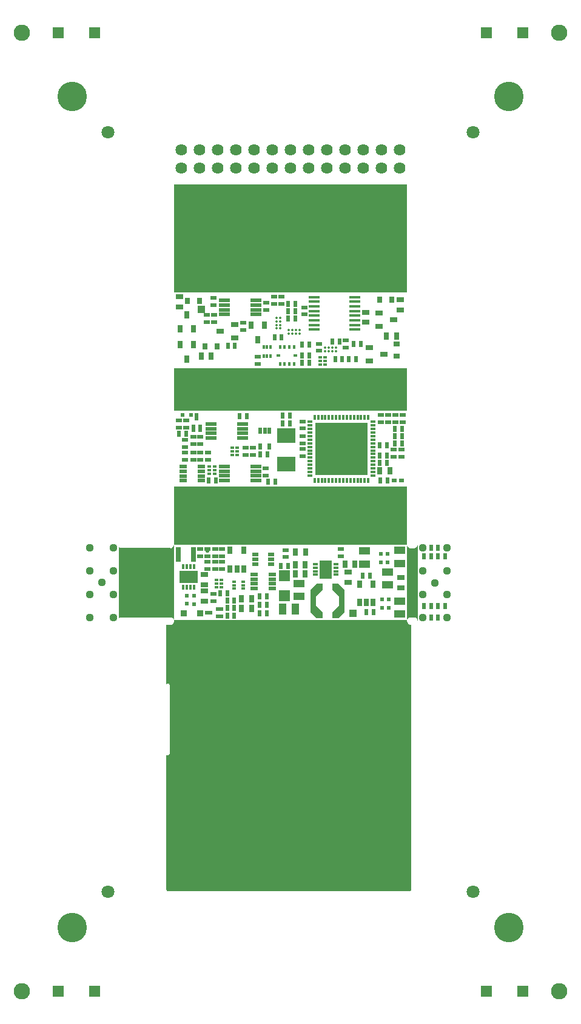
<source format=gbr>
G04 CAM350/DFMSTREAM V11.0 (Build 715) Date:  Fri Nov 02 14:57:18 2018 *
G04 Database: W:\PC Boards\VALTRONIC TECHNOLOGIES\VTC22567\CHECKPLOTS\MODIFIED.cam *
G04 Layer 18: MaskTop_DI *
%FSLAX25Y25*%
%MOIN*%
%SFA1.000B1.000*%

%MIA0B0*%
%IPPOS*%
%ADD11C,0.00098*%
%ADD12C,0.00001*%
%ADD13C,0.00010*%
%ADD14C,0.00197*%
%ADD15C,0.16200*%
%ADD19C,0.07087*%
%ADD70C,0.06400*%
%ADD71C,0.04394*%
%ADD21C,0.01378*%
%ADD22C,0.02165*%
%ADD40C,0.09000*%
%ADD41R,1.27953X0.59645*%
%ADD42R,1.27953X0.23646*%
%ADD43R,1.27953X0.32283*%
%ADD44R,0.02756X0.03543*%
%ADD45R,0.03543X0.02756*%
%ADD46R,0.02756X0.04331*%
%ADD47R,0.02362X0.03346*%
%ADD48R,0.02362X0.01575*%
%ADD49R,0.04331X0.03150*%
%ADD50R,0.03346X0.02362*%
%ADD51R,0.04331X0.02756*%
%ADD52R,0.03150X0.04331*%
%ADD53R,0.02165X0.04134*%
%ADD54R,0.01969X0.01969*%
%ADD55R,0.04331X0.01969*%
%ADD56R,0.02953X0.04331*%
%ADD57R,0.01378X0.03150*%
%ADD58R,0.09843X0.06890*%
%ADD59R,0.06496X0.04134*%
%ADD60R,0.03937X0.03937*%
%ADD61R,0.05906X0.01969*%
%ADD62R,0.06496X0.01575*%
%ADD63R,0.01969X0.01772*%
%ADD64R,0.01772X0.01969*%
%ADD65R,0.01575X0.02362*%
%ADD66R,0.09843X0.08268*%
%ADD67R,0.02756X0.02362*%
%ADD68R,0.03150X0.01378*%
%ADD69R,0.28543X0.28543*%
%ADD74R,0.01969X0.03740*%
%ADD75R,0.03543X0.03543*%
%ADD76R,0.05906X0.05906*%
%ADD77R,0.04134X0.02165*%
%ADD78R,0.03740X0.01969*%
%ADD79R,0.04134X0.06496*%
%ADD80R,0.06890X0.09843*%
%ADD81R,0.02756X0.08268*%
%ADD82R,0.05906X0.02165*%
%ADD83R,0.06000X0.06000*%
%LNMaskTop_DI*%
%LPD*%
G36*
X302685Y300140D02*
G01Y303093D01*
X302688Y303132*
X302697Y303160*
X302700Y303169*
X302718Y303203*
X302743Y303233*
X306228Y306718*
Y312066*
X302743Y315552*
X302718Y315582*
X302700Y315616*
X302697Y315624*
X302688Y315653*
X302686Y315672*
X302685Y315691*
Y318644*
X302688Y318683*
X302700Y318720*
X302718Y318754*
X302743Y318784*
X302772Y318809*
X302807Y318827*
X302844Y318838*
X302882Y318842*
X305835*
X305874Y318838*
X305911Y318827*
X305945Y318809*
X305975Y318784*
X309321Y315437*
X309346Y315407*
X309364Y315373*
X309367Y315365*
X309376Y315336*
X309378Y315317*
X309379Y315298*
Y303487*
X309376Y303448*
X309364Y303411*
X309346Y303377*
X309321Y303347*
X305975Y300000*
X305945Y299976*
X305911Y299957*
X305902Y299955*
X305874Y299946*
X305854Y299944*
X305835Y299943*
X302882*
X302844Y299946*
X302807Y299957*
X302772Y299976*
X302743Y300000*
X302718Y300030*
X302700Y300065*
X302688Y300102*
X302685Y300140*
G37*
G36*
X290480Y303487D02*
G01Y315297D01*
Y315298*
X290483Y315336*
X290495Y315373*
X290513Y315408*
X290538Y315437*
X293884Y318784*
X293914Y318809*
X293948Y318827*
X293957Y318830*
X293985Y318838*
X294024Y318842*
X296977*
X297015Y318838*
X297052Y318827*
X297087Y318809*
X297117Y318784*
X297141Y318754*
X297159Y318720*
X297171Y318683*
X297174Y318644*
Y315691*
X297171Y315653*
X297162Y315624*
X297159Y315616*
X297141Y315581*
X297117Y315552*
X293631Y312066*
Y306718*
X297117Y303233*
X297141Y303203*
X297159Y303168*
X297162Y303160*
X297171Y303131*
X297173Y303112*
X297174Y303093*
Y300140*
X297171Y300102*
X297159Y300065*
X297141Y300030*
X297117Y300000*
X297087Y299976*
X297052Y299957*
X297015Y299946*
X296977Y299943*
X294024*
X293985Y299946*
X293948Y299957*
X293914Y299976*
X293884Y300000*
X290538Y303347*
X290513Y303377*
X290495Y303411*
X290492Y303420*
X290483Y303448*
X290480Y303487*
G37*
G36*
X215697Y298738D02*
G01X343650D01*
Y298739*
Y340077*
X343945Y339374*
X344339Y338882*
X344831Y338587*
X345327Y338400*
X347556*
X348178Y338489*
X348867Y338882*
X349359Y339473*
X349556Y340400*
X349555Y298400*
X349359Y299217*
X348965Y299807*
X348276Y300300*
X347556Y300400*
X345650*
X345028Y300300*
X344437Y300004*
X343945Y299414*
X343650Y298738*
Y298093*
X343630Y298073*
X343827Y297483*
X344221Y296892*
X344713Y296597*
X345304Y296400*
X346091*
Y151223*
X345993Y150731*
X345697Y150337*
X345304Y150042*
X344811Y149943*
X212429*
X211937Y150042*
X211544Y150337*
X211248Y150829*
X211150Y151223*
Y224686*
X212331*
X212626Y224746*
X212922Y224943*
X213020Y225140*
X213119Y225473*
Y263269*
X213020Y263624*
X212922Y263821*
X212626Y264018*
X212332Y264056*
X212331*
X211150*
Y296400*
X214103*
X214792Y296695*
X215284Y297089*
X215579Y297876*
X215697Y298738*
G37*
G36*
X185187Y299669D02*
G01Y339144D01*
X185481Y338587*
X185925Y338407*
X213690*
X213697Y338400*
X214020*
X214021*
X215008Y338882*
X215697Y340077*
Y298738*
X215107Y299807*
X214036Y300400*
X214035*
X185918*
X185481Y300201*
X185187Y299669*
G37*
G54D11*
X346150Y296400D03*
G54D14*
X213697Y338400D03*
G54D41*
X279674Y508482D03*
G54D42*
Y425522D03*
G54D43*
Y356219D03*
G54D44*
X232556Y449173D03*
X239249D03*
X229596Y474185D03*
X222903D03*
X328444Y474839D03*
X335137D03*
G54D45*
X337782Y443822D03*
Y450515D03*
G54D46*
X252685Y310573D03*
X258197D03*
X252685Y305258D03*
X258197D03*
X332311Y454768D03*
X337823D03*
X230540Y443743D03*
X236052D03*
X328768Y380750D03*
X334280D03*
X282213Y324156D03*
X287725D03*
X282213Y329176D03*
X287725D03*
X282410Y336361D03*
X287922D03*
X309575Y329668D03*
X315087D03*
G54D47*
X244811Y301321D03*
X248748D03*
Y305455D03*
X244811D03*
X248748Y309491D03*
X244811D03*
X314201Y450632D03*
X318138D03*
X311642Y442365D03*
X315579D03*
X304162D03*
X308099D03*
X306524Y452010D03*
X302587D03*
X289890Y450239D03*
X285953D03*
Y444333D03*
X289890D03*
Y440101D03*
X285953D03*
X278276Y472581D03*
X282213D03*
X278276Y468546D03*
X282213D03*
X278276Y464412D03*
X282213D03*
X270796Y454176D03*
X274733D03*
X249044Y449550D03*
X245107D03*
X275323Y411164D03*
X279260D03*
X275323Y407030D03*
X279260D03*
X255540Y410869D03*
X251603D03*
X218433Y401223D03*
X222370D03*
X238512Y375435D03*
X234575D03*
X262922Y389806D03*
X266859D03*
X267351Y374845D03*
X271288D03*
X340973Y403880D03*
X337036D03*
Y399943D03*
X340973D03*
X337036Y396006D03*
X340973D03*
X332508Y395022D03*
X328571D03*
Y389313D03*
X332508D03*
X328571Y385180D03*
X332508D03*
X329063Y375731D03*
X333000D03*
X274339Y328487D03*
X278276D03*
X244811Y313526D03*
X240874D03*
X266662Y311754D03*
X262725D03*
X266662Y307227D03*
X262725D03*
Y302699D03*
X266662D03*
X323158Y323369D03*
X319221D03*
X325126Y303290D03*
X321189D03*
X356819Y338526D03*
X360756D03*
X364693Y333802D03*
X360756D03*
X356819D03*
X352882D03*
X364693Y306439D03*
X360756D03*
X352882D03*
X356819D03*
Y300140D03*
X360756D03*
G54D48*
X247469Y393644D03*
Y391676D03*
Y389707D03*
X250422D03*
Y391676D03*
Y393644D03*
X235067Y383113D03*
Y381144D03*
Y379176D03*
X238020D03*
Y381144D03*
Y383113D03*
X238807Y321006D03*
Y319038D03*
Y317069D03*
X241760D03*
Y319038D03*
Y321006D03*
X248552Y320022D03*
Y318054D03*
Y316085D03*
X253670D03*
Y318054D03*
Y320022D03*
X295796Y443250D03*
Y441282D03*
Y439313D03*
X298748D03*
Y441282D03*
Y443250D03*
G54D49*
X328315Y460180D03*
Y467660D03*
X336307Y463920D03*
X322902Y441085D03*
Y448565D03*
X330894Y444825D03*
X249004Y461361D03*
Y453880D03*
X241012Y457620D03*
G54D50*
X309969Y452601D03*
Y448664D03*
X295107Y450731D03*
Y446794D03*
X287134Y466774D03*
Y470711D03*
X261642Y439609D03*
Y443546D03*
X274733Y476420D03*
Y472483D03*
X270697Y476420D03*
Y472483D03*
X266268Y473270D03*
Y469333D03*
X237626Y466577D03*
Y462640D03*
X233493Y466577D03*
Y462640D03*
X230048Y395514D03*
Y399451D03*
X226111D03*
Y395514D03*
X222370Y404668D03*
Y408605D03*
X218433D03*
Y404668D03*
X221583Y393841D03*
Y397778D03*
X230048Y386951D03*
Y390888D03*
X226111Y386951D03*
Y390888D03*
X221583D03*
Y386951D03*
X234378D03*
Y390888D03*
X255048Y393644D03*
Y389707D03*
X259083D03*
Y393644D03*
X265973Y382227D03*
Y378290D03*
X286248Y392955D03*
Y389018D03*
Y395908D03*
Y399845D03*
Y404077D03*
Y408014D03*
X341170Y407522D03*
Y411459D03*
X337233D03*
Y407522D03*
X333197D03*
Y411459D03*
X329260Y407522D03*
Y411459D03*
X340481Y392561D03*
Y388624D03*
X336347D03*
Y392561D03*
X276898Y337345D03*
Y333408D03*
X242056Y333802D03*
Y337739D03*
Y326912D03*
Y330849D03*
X238119Y326912D03*
Y330849D03*
Y333802D03*
Y337739D03*
X233886D03*
Y333802D03*
Y326912D03*
Y330849D03*
X229949Y337739D03*
Y333802D03*
X237134Y313132D03*
Y309195D03*
X307213Y333998D03*
Y337935D03*
X253498Y462246D03*
Y458309D03*
X237331Y471892D03*
Y475829D03*
G54D21*
X304654Y448565D03*
X302685D03*
X300717D03*
X298748Y446597D03*
X300717D03*
X302685D03*
X304654D03*
X298748Y448565D03*
X284575Y456341D03*
X278670Y458309D03*
X280638D03*
X282607D03*
X284575D03*
X282607Y456341D03*
X280638D03*
X278670D03*
X271977Y465002D03*
Y463034D03*
Y461065D03*
X273945Y459097D03*
Y461065D03*
Y463034D03*
Y465002D03*
X271977Y459097D03*
G54D51*
X218729Y470908D03*
Y476420D03*
X232410Y318250D03*
Y323762D03*
Y309392D03*
Y314904D03*
X311150Y319628D03*
Y325140D03*
X340284Y322187D03*
Y316676D03*
X321091Y468054D03*
Y462542D03*
X340087Y469235D03*
Y474746D03*
G54D52*
X226406Y458743D03*
X218926D03*
X222666Y466735D03*
X218926Y450298D03*
X226406D03*
X222666Y442306D03*
X257902Y460770D03*
X265382D03*
X261642Y452778D03*
G54D53*
X228079Y410475D03*
X230048Y404372D03*
X226111D03*
G54D54*
X224831Y411557D03*
X220304D03*
G54D55*
X220599Y383113D03*
Y380554D03*
Y377994D03*
Y375435D03*
X230441D03*
Y377994D03*
Y380554D03*
Y383113D03*
X259772Y323959D03*
Y321400D03*
Y318841D03*
Y316282D03*
X269615D03*
Y318841D03*
Y321400D03*
Y323959D03*
G54D56*
X246386Y337148D03*
X253867D03*
Y326912D03*
X250126D03*
X246386D03*
X317449Y318644D03*
X324930D03*
Y308408D03*
X321189D03*
X317449D03*
G54D57*
X220599Y328093D03*
X222567D03*
X224536D03*
X226504D03*
Y317069D03*
X224536D03*
X222567D03*
X220599D03*
X306622Y410376D03*
X292843D03*
X294811D03*
X296780D03*
X298748D03*
X300717D03*
X302685D03*
X304654D03*
X308591D03*
X310559D03*
X312528D03*
X314496D03*
X316465D03*
X318433D03*
X320402D03*
X322370D03*
Y375731D03*
X320402D03*
X318433D03*
X316465D03*
X314496D03*
X312528D03*
X310559D03*
X308591D03*
X304654D03*
X302685D03*
X300717D03*
X298748D03*
X296780D03*
X294811D03*
X292843D03*
X306622D03*
G54D58*
X223552Y322581D03*
G54D54*
X222567Y307817D03*
Y312345D03*
X226701Y312246D03*
Y307719D03*
X330048Y305652D03*
Y310180D03*
X333591D03*
Y305652D03*
X329260Y335081D03*
Y330554D03*
X333000Y330652D03*
Y335180D03*
G54D59*
X284181Y319038D03*
Y311951D03*
X320233Y329709D03*
Y336796D03*
X339496Y309392D03*
Y302306D03*
X332811Y318225D03*
Y325311D03*
X339496Y330061D03*
Y337148D03*
G54D19*
X380067Y149512D03*
Y566835D03*
X179280D03*
Y149512D03*
G54D60*
X313926Y302662D03*
X230737Y469703D03*
G54D61*
X260559Y466774D03*
Y469333D03*
Y471892D03*
Y474451D03*
X243237D03*
Y471892D03*
Y469333D03*
Y466774D03*
G54D62*
X292744Y476321D03*
Y473762D03*
Y471203D03*
Y468644D03*
Y466085D03*
Y463526D03*
Y460967D03*
Y458408D03*
X314792D03*
Y460967D03*
Y463526D03*
Y468644D03*
Y471203D03*
Y473762D03*
Y476321D03*
Y466085D03*
G54D63*
X282410Y444333D03*
X272961D03*
G54D64*
X273847Y439609D03*
X276406D03*
X278965D03*
X281524D03*
Y449057D03*
X278965D03*
X276406D03*
X273847D03*
G54D65*
X268729Y448861D03*
X266760D03*
X264792D03*
Y443743D03*
X266760D03*
X268729D03*
G54D66*
X277292Y384589D03*
Y400337D03*
G54D67*
X336642Y375731D03*
X340579D03*
G54D68*
X324930Y392069D03*
Y378290D03*
Y380258D03*
Y382227D03*
Y384195D03*
Y386164D03*
Y388132D03*
Y390101D03*
Y394038D03*
Y396006D03*
Y397975D03*
Y399943D03*
Y401912D03*
Y403880D03*
Y405849D03*
Y407817D03*
X290284D03*
Y405849D03*
Y403880D03*
Y401912D03*
Y399943D03*
Y397975D03*
Y396006D03*
Y394038D03*
Y390101D03*
Y388132D03*
Y386164D03*
Y384195D03*
Y382227D03*
Y380258D03*
Y378290D03*
Y392069D03*
X304457Y323762D03*
Y325731D03*
Y327699D03*
Y329668D03*
X293433D03*
Y327699D03*
Y325731D03*
Y323762D03*
G54D69*
X307607Y393054D03*
G54D74*
X268040Y402798D03*
X265481D03*
X262922D03*
Y394136D03*
X268040D03*
G54D75*
X229924Y302729D03*
X221066D03*
G54D76*
X276307Y312148D03*
Y323172D03*
G54D77*
X234575Y302896D03*
X240678Y304865D03*
Y300928D03*
G54D78*
X260363Y329668D03*
Y332227D03*
Y334786D03*
X269024D03*
Y332227D03*
Y329668D03*
G54D79*
X275323Y305061D03*
X282410D03*
G54D80*
X298945Y326715D03*
G54D81*
X218040Y334983D03*
X226307D03*
G54D82*
X243335Y375534D03*
Y378093D03*
Y380652D03*
Y383211D03*
X260658D03*
Y380652D03*
Y378093D03*
Y375534D03*
X253374Y406538D03*
Y403979D03*
Y401420D03*
Y398861D03*
X236052D03*
Y401420D03*
Y403979D03*
Y406538D03*
G54D70*
X239697Y557304D03*
X229697D03*
X339697Y547304D03*
X329697Y557304D03*
X229697Y547304D03*
X289697D03*
X279697D03*
Y557304D03*
X299697Y547304D03*
X319697D03*
X329697D03*
X299697Y557304D03*
X309697Y547304D03*
Y557304D03*
X269697Y547304D03*
Y557304D03*
X259697Y547304D03*
X249697Y557304D03*
Y547304D03*
X259697Y557304D03*
X239697Y547304D03*
X289697Y557304D03*
X219697Y547304D03*
Y557304D03*
X339697D03*
X319697D03*
G54D15*
X399752Y129827D03*
Y586520D03*
X159595D03*
Y129827D03*
G54D71*
X169202Y325809D03*
Y338609D03*
X182402D03*
Y325809D03*
Y313009D03*
X169202D03*
Y300209D03*
X182402D03*
X352341Y313000D03*
Y325800D03*
X358941Y319400D03*
X365541Y325800D03*
Y313000D03*
Y338600D03*
X352341D03*
Y300200D03*
X365541D03*
X175800Y319407D03*
G54D22*
X253867Y326912D03*
X233886Y330849D03*
X238217Y326912D03*
X287134Y466774D03*
Y470711D03*
X233886Y326912D03*
Y337050D03*
X232311Y309392D03*
G54D40*
X427350Y94800D03*
X132050D03*
X427350Y621600D03*
X132050D03*
G54D83*
X407350Y94800D03*
X152050D03*
X407350Y621600D03*
X152050D03*
X172050Y94800D03*
Y621600D03*
X387350Y94800D03*
Y621600D03*
G54D12*
X211150Y264056D02*
G01Y296400D01*
Y264056D02*
G01Y296400D01*
X213697D02*
G01X211150D01*
G54D13*
X213697D02*
G01X211150D01*
M02*

</source>
